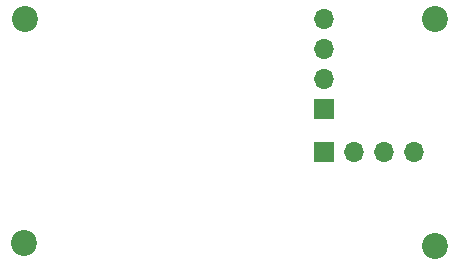
<source format=gbr>
%TF.GenerationSoftware,KiCad,Pcbnew,(5.99.0-11414-g76a6177eb7)*%
%TF.CreationDate,2021-11-21T23:19:34+08:00*%
%TF.ProjectId,trackpoint,74726163-6b70-46f6-996e-742e6b696361,rev?*%
%TF.SameCoordinates,Original*%
%TF.FileFunction,Soldermask,Bot*%
%TF.FilePolarity,Negative*%
%FSLAX46Y46*%
G04 Gerber Fmt 4.6, Leading zero omitted, Abs format (unit mm)*
G04 Created by KiCad (PCBNEW (5.99.0-11414-g76a6177eb7)) date 2021-11-21 23:19:34*
%MOMM*%
%LPD*%
G01*
G04 APERTURE LIST*
%ADD10R,1.700000X1.700000*%
%ADD11O,1.700000X1.700000*%
%ADD12C,2.200000*%
G04 APERTURE END LIST*
D10*
%TO.C,J3*%
X125270000Y-78100000D03*
D11*
X125270000Y-75560000D03*
X125270000Y-73020000D03*
X125270000Y-70480000D03*
%TD*%
D12*
%TO.C,H4*%
X134690000Y-70480000D03*
%TD*%
%TO.C,H3*%
X99960000Y-70480000D03*
%TD*%
%TO.C,H2*%
X134650000Y-89660000D03*
%TD*%
%TO.C,H1*%
X99870000Y-89410000D03*
%TD*%
D10*
%TO.C,J2*%
X125270000Y-81770000D03*
D11*
X127810000Y-81770000D03*
X130350000Y-81770000D03*
X132890000Y-81770000D03*
%TD*%
M02*

</source>
